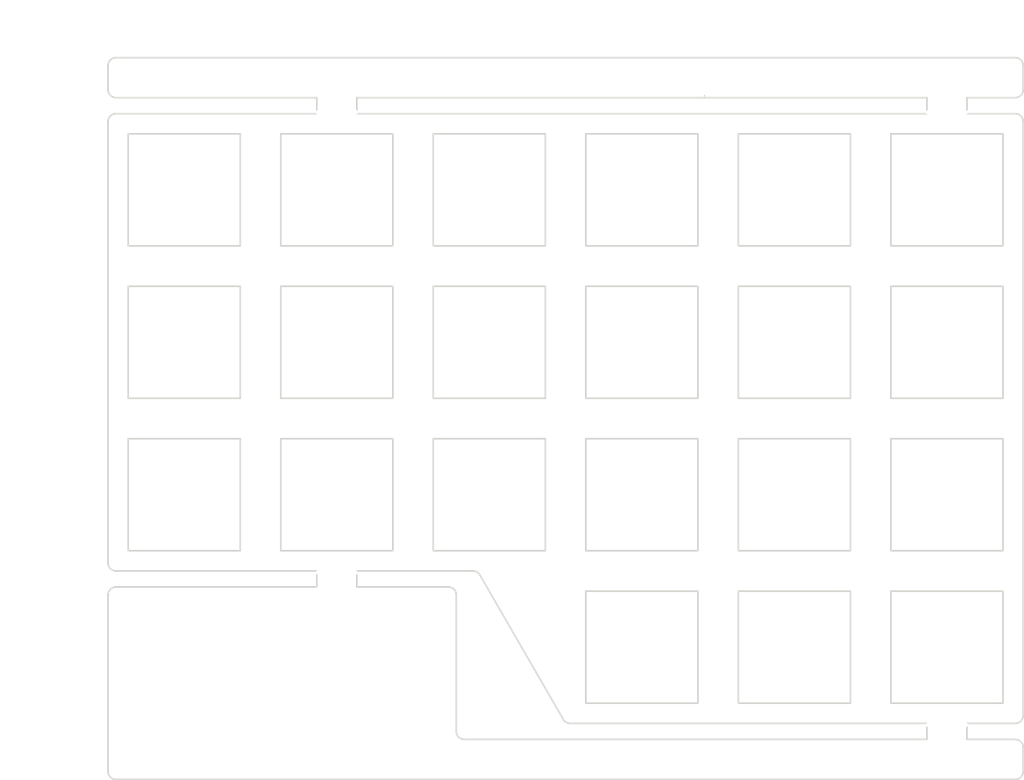
<source format=kicad_pcb>
(kicad_pcb (version 20240108) (generator "pcbnew") (generator_version "8.0")
  (title_block (title "citron42") (date "2024-08-16") (rev "1.1") (company "tor-nky"))
  (layers (0 "F.Cu" signal) (31 "B.Cu" signal) (34 "B.Paste" user) (35 "F.Paste" user) (36 "B.SilkS" user "B.Silkscreen") (37 "F.SilkS" user "F.Silkscreen") (38 "B.Mask" user) (39 "F.Mask" user) (44 "Edge.Cuts" user))
  (net 0 "")
  (footprint "kbd:HOLE_2.2mm" (layer "F.Cu") (at 126.438596 61.070252)
    (property "Reference" "Ref**" (hide yes))
    (property "Value" "Val**" (hide yes))
    (pad "" np_thru_hole circle (at 0 0) (size 2.2 2.2) (drill 2.2) (layers "F&B.Cu" "*.Mask"))
  )
  (footprint "kbd:HOLE_2.2mm" (layer "F.Cu") (at 88.338596 99.170252)
    (property "Reference" "Ref**" (hide yes))
    (property "Value" "Val**" (hide yes))
    (pad "" np_thru_hole circle (at 0 0) (size 2.2 2.2) (drill 2.2) (layers "F&B.Cu" "*.Mask"))
  )
  (footprint "kbd:HOLE_2.2mm" (layer "F.Cu") (at 126.438596 99.170252)
    (property "Reference" "Ref**" (hide yes))
    (property "Value" "Val**" (hide yes))
    (pad "" np_thru_hole circle (at 0 0) (size 2.2 2.2) (drill 2.2) (layers "F&B.Cu" "*.Mask"))
  )
  (footprint "kbd:HOLE_2.2mm" (layer "F.Cu") (at 50.238596 80.120252)
    (property "Reference" "Ref**" (hide yes))
    (property "Value" "Val**" (hide yes))
    (pad "" np_thru_hole circle (at 0 0) (size 2.2 2.2) (drill 2.2) (layers "F&B.Cu" "*.Mask"))
  )
  (footprint "kbd:HOLE_2.2mm" (layer "F.Cu") (at 50.238596 61.070252)
    (property "Reference" "Ref**" (hide yes))
    (property "Value" "Val**" (hide yes))
    (pad "" np_thru_hole circle (at 0 0) (size 2.2 2.2) (drill 2.2) (layers "F&B.Cu" "*.Mask"))
  )
  (footprint "kbd:Breakaway_Tabs" (layer "F.Cu") (at 59.763596 41.820252)
    (property "Reference" "BT1")
    (property "Value" "Breakaway_Tabs")
    (pad "" np_thru_hole circle (at -2.375 0) (size 0.5 0.5) (drill 0.5) (layers "F&B.Cu" "*.Mask"))
    (pad "" np_thru_hole circle (at -1.583333 0) (size 0.5 0.5) (drill 0.5) (layers "F&B.Cu" "*.Mask"))
    (pad "" np_thru_hole circle (at -0.791667 0) (size 0.5 0.5) (drill 0.5) (layers "F&B.Cu" "*.Mask"))
    (pad "" np_thru_hole circle (at 0 0) (size 0.5 0.5) (drill 0.5) (layers "F&B.Cu" "*.Mask"))
    (pad "" np_thru_hole circle (at 0.791667 0) (size 0.5 0.5) (drill 0.5) (layers "F&B.Cu" "*.Mask"))
    (pad "" np_thru_hole circle (at 1.583333 0) (size 0.5 0.5) (drill 0.5) (layers "F&B.Cu" "*.Mask"))
    (pad "" np_thru_hole circle (at 2.375 0) (size 0.5 0.5) (drill 0.5) (layers "F&B.Cu" "*.Mask"))
  )
  (footprint "kbd:Breakaway_Tabs" (layer "F.Cu") (at 135.963596 41.820252)
    (property "Reference" "BT2")
    (property "Value" "Breakaway_Tabs")
    (pad "" np_thru_hole circle (at -2.375 0) (size 0.5 0.5) (drill 0.5) (layers "F&B.Cu" "*.Mask"))
    (pad "" np_thru_hole circle (at -1.583333 0) (size 0.5 0.5) (drill 0.5) (layers "F&B.Cu" "*.Mask"))
    (pad "" np_thru_hole circle (at -0.791667 0) (size 0.5 0.5) (drill 0.5) (layers "F&B.Cu" "*.Mask"))
    (pad "" np_thru_hole circle (at 0 0) (size 0.5 0.5) (drill 0.5) (layers "F&B.Cu" "*.Mask"))
    (pad "" np_thru_hole circle (at 0.791667 0) (size 0.5 0.5) (drill 0.5) (layers "F&B.Cu" "*.Mask"))
    (pad "" np_thru_hole circle (at 1.583333 0) (size 0.5 0.5) (drill 0.5) (layers "F&B.Cu" "*.Mask"))
    (pad "" np_thru_hole circle (at 2.375 0) (size 0.5 0.5) (drill 0.5) (layers "F&B.Cu" "*.Mask"))
  )
  (footprint "kbd:Breakaway_Tabs" (layer "F.Cu") (at 59.763596 99.370252)
    (property "Reference" "BT3")
    (property "Value" "Breakaway_Tabs")
    (pad "" np_thru_hole circle (at -2.375 0) (size 0.5 0.5) (drill 0.5) (layers "F&B.Cu" "*.Mask"))
    (pad "" np_thru_hole circle (at -1.583333 0) (size 0.5 0.5) (drill 0.5) (layers "F&B.Cu" "*.Mask"))
    (pad "" np_thru_hole circle (at -0.791667 0) (size 0.5 0.5) (drill 0.5) (layers "F&B.Cu" "*.Mask"))
    (pad "" np_thru_hole circle (at 0 0) (size 0.5 0.5) (drill 0.5) (layers "F&B.Cu" "*.Mask"))
    (pad "" np_thru_hole circle (at 0.791667 0) (size 0.5 0.5) (drill 0.5) (layers "F&B.Cu" "*.Mask"))
    (pad "" np_thru_hole circle (at 1.583333 0) (size 0.5 0.5) (drill 0.5) (layers "F&B.Cu" "*.Mask"))
    (pad "" np_thru_hole circle (at 2.375 0) (size 0.5 0.5) (drill 0.5) (layers "F&B.Cu" "*.Mask"))
  )
  (footprint "kbd:Breakaway_Tabs" (layer "F.Cu") (at 135.963596 118.420252)
    (property "Reference" "BT4")
    (property "Value" "Breakaway_Tabs")
    (pad "" np_thru_hole circle (at -2.375 0) (size 0.5 0.5) (drill 0.5) (layers "F&B.Cu" "*.Mask"))
    (pad "" np_thru_hole circle (at -1.583333 0) (size 0.5 0.5) (drill 0.5) (layers "F&B.Cu" "*.Mask"))
    (pad "" np_thru_hole circle (at -0.791667 0) (size 0.5 0.5) (drill 0.5) (layers "F&B.Cu" "*.Mask"))
    (pad "" np_thru_hole circle (at 0 0) (size 0.5 0.5) (drill 0.5) (layers "F&B.Cu" "*.Mask"))
    (pad "" np_thru_hole circle (at 0.791667 0) (size 0.5 0.5) (drill 0.5) (layers "F&B.Cu" "*.Mask"))
    (pad "" np_thru_hole circle (at 1.583333 0) (size 0.5 0.5) (drill 0.5) (layers "F&B.Cu" "*.Mask"))
    (pad "" np_thru_hole circle (at 2.375 0) (size 0.5 0.5) (drill 0.5) (layers "F&B.Cu" "*.Mask"))
  )
  (gr_line (start 57.263596 99.170252) (end 32.188596 99.170252) (stroke (width 0.2)) (layer "Edge.Cuts"))
  (gr_line (start 32.188596 125.220252) (end 144.488596 125.220252) (stroke (width 0.2)) (layer "Edge.Cuts"))
  (gr_line (start 144.488596 35.020252) (end 32.188596 35.020252) (stroke (width 0.2)) (layer "Edge.Cuts"))
  (gr_line (start 32.188596 40.020252) (end 57.263596 40.020252) (stroke (width 0.2)) (layer "Edge.Cuts"))
  (gr_line (start 57.263596 40.020252) (end 57.263596 42.020252) (stroke (width 0.2)) (layer "Edge.Cuts"))
  (gr_line (start 138.463596 40.020252) (end 138.463596 42.020252) (stroke (width 0.2)) (layer "Edge.Cuts"))
  (gr_line (start 62.263596 101.170252) (end 73.688596 101.170252) (stroke (width 0.2)) (layer "Edge.Cuts"))
  (gr_line (start 133.463596 42.020252) (end 133.463596 40.020252) (stroke (width 0.2)) (layer "Edge.Cuts"))
  (gr_line (start 133.463596 40.020252) (end 62.263596 40.020252) (stroke (width 0.2)) (layer "Edge.Cuts"))
  (gr_line (start 62.263596 40.020252) (end 62.263596 42.020252) (stroke (width 0.2)) (layer "Edge.Cuts"))
  (gr_line (start 31.188596 102.170252) (end 31.188596 124.220252) (stroke (width 0.2)) (layer "Edge.Cuts"))
  (gr_line (start 145.488596 39.020252) (end 145.488596 36.020252) (stroke (width 0.2)) (layer "Edge.Cuts"))
  (gr_line (start 138.463596 42.020252) (end 144.488596 42.020252) (stroke (width 0.2)) (layer "Edge.Cuts"))
  (gr_curve (pts (xy 105.690533 39.770068) (xy 105.690533 39.770068) (xy 105.690533 39.770068) (xy 105.690533 39.770068)) (stroke (width 0.2)) (layer "Edge.Cuts"))
  (gr_line (start 74.688596 102.170252) (end 74.688596 119.220252) (stroke (width 0.2)) (layer "Edge.Cuts"))
  (gr_line (start 57.263596 99.170252) (end 57.263596 101.170252) (stroke (width 0.2)) (layer "Edge.Cuts"))
  (gr_line (start 77.633217 99.670405) (end 88.04995 117.720099) (stroke (width 0.2)) (layer "Edge.Cuts"))
  (gr_rect (start 52.763596 63.595252) (end 66.763596 77.595252) (stroke (width 0.2)) (fill none) (layer "Edge.Cuts"))
  (gr_rect (start 128.963596 63.595252) (end 142.963596 77.595252) (stroke (width 0.2)) (fill none) (layer "Edge.Cuts"))
  (gr_line (start 62.263596 42.020252) (end 133.463596 42.020252) (stroke (width 0.2)) (layer "Edge.Cuts"))
  (gr_rect (start 33.713596 44.545252) (end 47.713596 58.545252) (stroke (width 0.2)) (fill none) (layer "Edge.Cuts"))
  (gr_arc (start 31.188596 36.020252) (mid 31.481488 35.313143) (end 32.188596 35.020252) (stroke (width 0.2)) (layer "Edge.Cuts"))
  (gr_arc (start 144.488596 120.220252) (mid 145.195703 120.513145) (end 145.488596 121.220252) (stroke (width 0.2)) (layer "Edge.Cuts"))
  (gr_arc (start 75.688596 120.220252) (mid 74.981489 119.927359) (end 74.688596 119.220252) (stroke (width 0.2)) (layer "Edge.Cuts"))
  (gr_line (start 31.188596 43.020252) (end 31.188596 98.170252) (stroke (width 0.2)) (layer "Edge.Cuts"))
  (gr_rect (start 71.813596 82.645252) (end 85.813596 96.645252) (stroke (width 0.2)) (fill none) (layer "Edge.Cuts"))
  (gr_rect (start 52.763596 44.545252) (end 66.763596 58.545252) (stroke (width 0.2)) (fill none) (layer "Edge.Cuts"))
  (gr_line (start 145.488596 121.220252) (end 145.488596 124.220252) (stroke (width 0.2)) (layer "Edge.Cuts"))
  (gr_rect (start 33.713596 82.645252) (end 47.713596 96.645252) (stroke (width 0.2)) (fill none) (layer "Edge.Cuts"))
  (gr_rect (start 90.863596 101.695252) (end 104.863596 115.695252) (stroke (width 0.2)) (fill none) (layer "Edge.Cuts"))
  (gr_line (start 62.263596 99.170252) (end 62.263596 101.170252) (stroke (width 0.2)) (layer "Edge.Cuts"))
  (gr_rect (start 90.863596 63.595252) (end 104.863596 77.595252) (stroke (width 0.2)) (fill none) (layer "Edge.Cuts"))
  (gr_line (start 133.463596 120.220252) (end 75.688596 120.220252) (stroke (width 0.2)) (layer "Edge.Cuts"))
  (gr_rect (start 52.763596 82.645252) (end 66.763596 96.645252) (stroke (width 0.2)) (fill none) (layer "Edge.Cuts"))
  (gr_rect (start 109.913596 101.695252) (end 123.913596 115.695252) (stroke (width 0.2)) (fill none) (layer "Edge.Cuts"))
  (gr_arc (start 73.688596 101.170252) (mid 74.395703 101.463145) (end 74.688596 102.170252) (stroke (width 0.2)) (layer "Edge.Cuts"))
  (gr_rect (start 128.963596 101.695252) (end 142.963596 115.695252) (stroke (width 0.2)) (fill none) (layer "Edge.Cuts"))
  (gr_line (start 133.463596 118.220252) (end 133.463596 120.220252) (stroke (width 0.2)) (layer "Edge.Cuts"))
  (gr_arc (start 144.488596 35.020252) (mid 145.195703 35.313145) (end 145.488596 36.020252) (stroke (width 0.2)) (layer "Edge.Cuts"))
  (gr_arc (start 31.188596 102.170252) (mid 31.481488 101.463143) (end 32.188596 101.170252) (stroke (width 0.2)) (layer "Edge.Cuts"))
  (gr_arc (start 31.188596 43.020252) (mid 31.481488 42.313143) (end 32.188596 42.020252) (stroke (width 0.2)) (layer "Edge.Cuts"))
  (gr_arc (start 32.188596 125.220252) (mid 31.481509 124.927354) (end 31.188596 124.220252) (stroke (width 0.2)) (layer "Edge.Cuts"))
  (gr_line (start 138.463596 118.220252) (end 138.463596 120.220252) (stroke (width 0.2)) (layer "Edge.Cuts"))
  (gr_arc (start 145.488596 39.020252) (mid 145.195703 39.727359) (end 144.488596 40.020252) (stroke (width 0.2)) (layer "Edge.Cuts"))
  (gr_rect (start 109.913596 44.545252) (end 123.913596 58.545252) (stroke (width 0.2)) (fill none) (layer "Edge.Cuts"))
  (gr_arc (start 32.188596 40.020252) (mid 31.481473 39.727361) (end 31.188596 39.020252) (stroke (width 0.2)) (layer "Edge.Cuts"))
  (gr_rect (start 71.813596 63.595252) (end 85.813596 77.595252) (stroke (width 0.2)) (fill none) (layer "Edge.Cuts"))
  (gr_arc (start 145.488596 124.220252) (mid 145.195703 124.927359) (end 144.488596 125.220252) (stroke (width 0.2)) (layer "Edge.Cuts"))
  (gr_line (start 138.463596 118.220252) (end 144.488596 118.220252) (stroke (width 0.2)) (layer "Edge.Cuts"))
  (gr_arc (start 145.488596 117.220252) (mid 145.19572 117.927388) (end 144.488596 118.220252) (stroke (width 0.2)) (layer "Edge.Cuts"))
  (gr_rect (start 109.913596 82.645252) (end 123.913596 96.645252) (stroke (width 0.2)) (fill none) (layer "Edge.Cuts"))
  (gr_arc (start 144.488596 42.020252) (mid 145.195722 42.313141) (end 145.488596 43.020252) (stroke (width 0.2)) (layer "Edge.Cuts"))
  (gr_rect (start 33.713596 63.595252) (end 47.713596 77.595252) (stroke (width 0.2)) (fill none) (layer "Edge.Cuts"))
  (gr_rect (start 90.863596 44.545252) (end 104.863596 58.545252) (stroke (width 0.2)) (fill none) (layer "Edge.Cuts"))
  (gr_line (start 88.916064 118.220252) (end 133.463596 118.220252) (stroke (width 0.2)) (layer "Edge.Cuts"))
  (gr_line (start 145.488596 43.020252) (end 145.488596 117.220252) (stroke (width 0.2)) (layer "Edge.Cuts"))
  (gr_line (start 138.463596 120.220252) (end 144.488596 120.220252) (stroke (width 0.2)) (layer "Edge.Cuts"))
  (gr_rect (start 90.863596 82.645252) (end 104.863596 96.645252) (stroke (width 0.2)) (fill none) (layer "Edge.Cuts"))
  (gr_rect (start 71.813596 44.545252) (end 85.813596 58.545252) (stroke (width 0.2)) (fill none) (layer "Edge.Cuts"))
  (gr_rect (start 128.963596 44.545252) (end 142.963596 58.545252) (stroke (width 0.2)) (fill none) (layer "Edge.Cuts"))
  (gr_line (start 138.463596 40.020252) (end 144.488596 40.020252) (stroke (width 0.2)) (layer "Edge.Cuts"))
  (gr_line (start 32.188596 101.170252) (end 57.263596 101.170252) (stroke (width 0.2)) (layer "Edge.Cuts"))
  (gr_line (start 57.263596 42.020252) (end 32.188596 42.020252) (stroke (width 0.2)) (layer "Edge.Cuts"))
  (gr_rect (start 128.963596 82.645252) (end 142.963596 96.645252) (stroke (width 0.2)) (fill none) (layer "Edge.Cuts"))
  (gr_rect (start 109.913596 63.595252) (end 123.913596 77.595252) (stroke (width 0.2)) (fill none) (layer "Edge.Cuts"))
  (gr_line (start 62.263596 99.170252) (end 76.767103 99.170252) (stroke (width 0.2)) (layer "Edge.Cuts"))
  (gr_arc (start 76.767103 99.170252) (mid 77.267179 99.304271) (end 77.633217 99.670405) (stroke (width 0.2)) (layer "Edge.Cuts"))
  (gr_arc (start 88.916064 118.220252) (mid 88.415987 118.086233) (end 88.04995 117.720099) (stroke (width 0.2)) (layer "Edge.Cuts"))
  (gr_arc (start 32.188596 99.170252) (mid 31.481489 98.877359) (end 31.188596 98.170252) (stroke (width 0.2)) (layer "Edge.Cuts"))
  (gr_line (start 31.188596 39.020252) (end 31.188596 36.020252) (stroke (width 0.2)) (layer "Edge.Cuts"))
)
</source>
